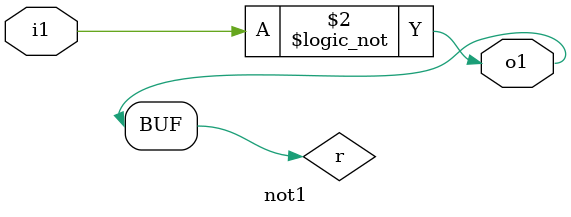
<source format=v>
module not1(input i1, output o1);
  reg r;
  always @(i1) begin
    r = !i1;
  end
  assign o1=r;
endmodule

</source>
